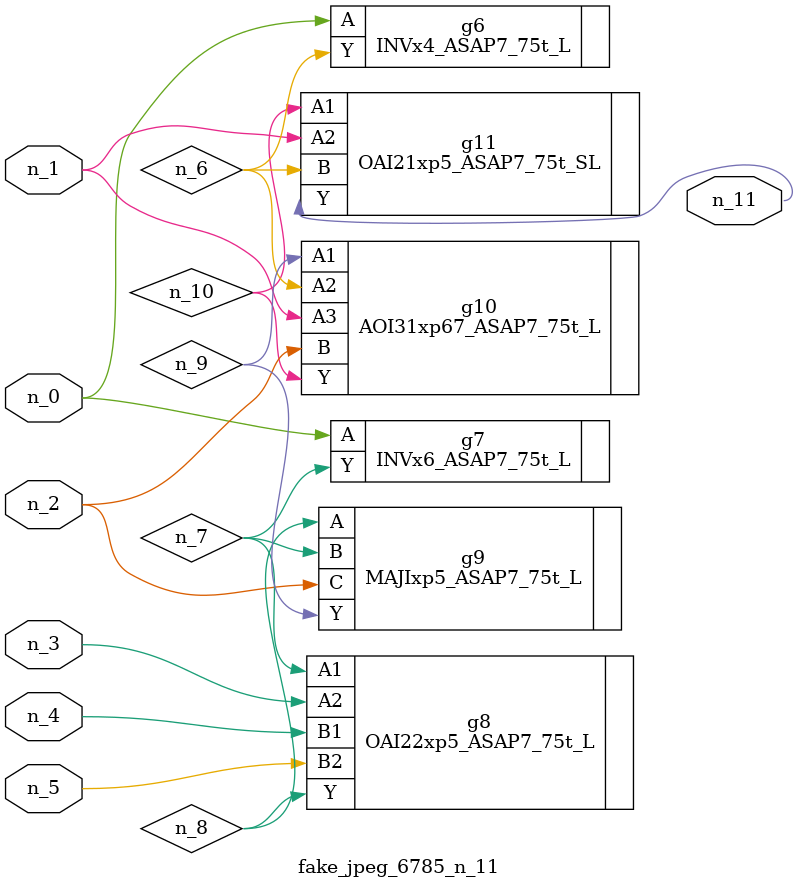
<source format=v>
module fake_jpeg_6785_n_11 (n_3, n_2, n_1, n_0, n_4, n_5, n_11);

input n_3;
input n_2;
input n_1;
input n_0;
input n_4;
input n_5;

output n_11;

wire n_10;
wire n_8;
wire n_9;
wire n_6;
wire n_7;

INVx4_ASAP7_75t_L g6 ( 
.A(n_0),
.Y(n_6)
);

INVx6_ASAP7_75t_L g7 ( 
.A(n_0),
.Y(n_7)
);

OAI22xp5_ASAP7_75t_L g8 ( 
.A1(n_7),
.A2(n_3),
.B1(n_4),
.B2(n_5),
.Y(n_8)
);

MAJIxp5_ASAP7_75t_L g9 ( 
.A(n_8),
.B(n_7),
.C(n_2),
.Y(n_9)
);

AOI31xp67_ASAP7_75t_L g10 ( 
.A1(n_9),
.A2(n_6),
.A3(n_1),
.B(n_2),
.Y(n_10)
);

OAI21xp5_ASAP7_75t_SL g11 ( 
.A1(n_10),
.A2(n_1),
.B(n_6),
.Y(n_11)
);


endmodule
</source>
